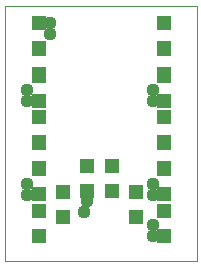
<source format=gts>
G75*
%MOIN*%
%OFA0B0*%
%FSLAX24Y24*%
%IPPOS*%
%LPD*%
%AMOC8*
5,1,8,0,0,1.08239X$1,22.5*
%
%ADD10C,0.0000*%
%ADD11R,0.0512X0.0512*%
%ADD12C,0.0437*%
D10*
X002517Y002517D02*
X002517Y010992D01*
X008918Y010992D01*
X008918Y002517D01*
X002517Y002517D01*
D11*
X003642Y003353D03*
X003642Y004180D03*
X003642Y004728D03*
X004454Y004805D03*
X005267Y004853D03*
X005267Y005680D03*
X006079Y005680D03*
X006079Y004853D03*
X006892Y004805D03*
X006892Y003978D03*
X007829Y004180D03*
X007829Y004728D03*
X007829Y005555D03*
X007829Y005603D03*
X007829Y006430D03*
X007829Y006478D03*
X007829Y007305D03*
X007829Y007853D03*
X007829Y008680D03*
X007829Y008728D03*
X007829Y009555D03*
X007829Y009603D03*
X007829Y010430D03*
X003642Y010430D03*
X003642Y009603D03*
X003642Y009555D03*
X003642Y008728D03*
X003642Y008680D03*
X003642Y007853D03*
X003642Y007305D03*
X003642Y006478D03*
X003642Y006430D03*
X003642Y005603D03*
X003642Y005555D03*
X004454Y003978D03*
X007829Y003353D03*
D12*
X007454Y003329D03*
X007454Y003704D03*
X007454Y004704D03*
X007454Y005079D03*
X005267Y004517D03*
X005142Y004142D03*
X003267Y004704D03*
X003267Y005079D03*
X003267Y007829D03*
X003267Y008204D03*
X004017Y010079D03*
X004017Y010454D03*
X007454Y008204D03*
X007454Y007829D03*
M02*

</source>
